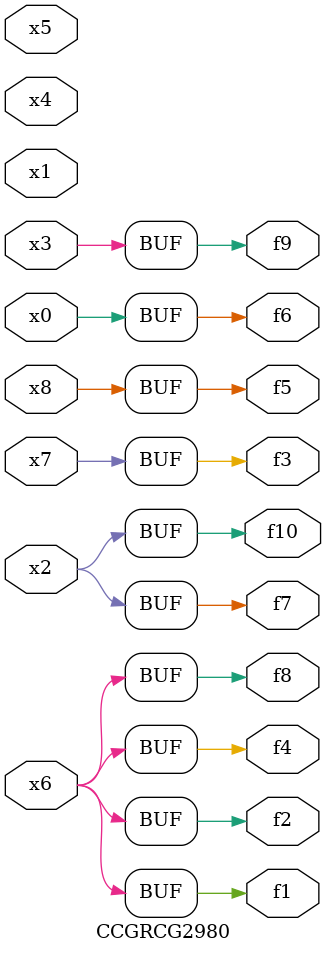
<source format=v>
module CCGRCG2980(
	input x0, x1, x2, x3, x4, x5, x6, x7, x8,
	output f1, f2, f3, f4, f5, f6, f7, f8, f9, f10
);
	assign f1 = x6;
	assign f2 = x6;
	assign f3 = x7;
	assign f4 = x6;
	assign f5 = x8;
	assign f6 = x0;
	assign f7 = x2;
	assign f8 = x6;
	assign f9 = x3;
	assign f10 = x2;
endmodule

</source>
